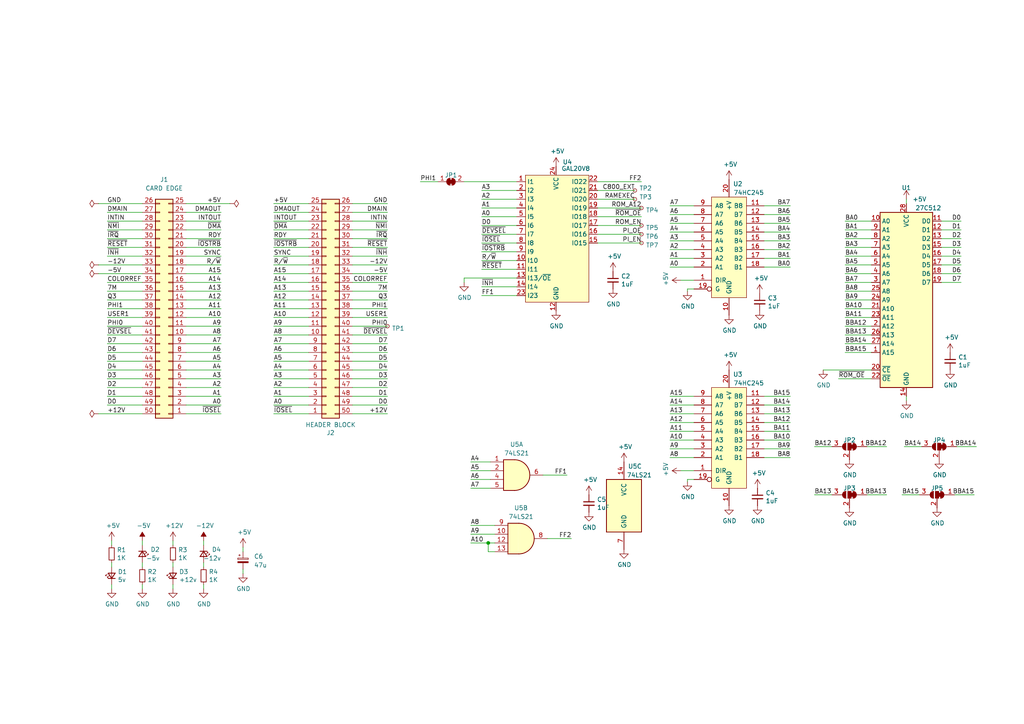
<source format=kicad_sch>
(kicad_sch (version 20230121) (generator eeschema)
  (paper "A4")
  (title_block (title "IWM ROM Card Proto") (rev "1") (company "baldengineer.com") (comment 1 "Mega IIe"))
  (lib_symbols
    (symbol "74xx:74LS21" (pin_names (offset 1.016))
      (property "Reference" "U" (at 0 1.27 0))
      (property "Value" "74LS21" (at 0 -1.27 0))
      (symbol "74LS21_1_1"
        (pin input line (at -7.62 3.81 0) (length 3.81) (name "~") (number "1"))
        (pin input line (at -7.62 1.27 0) (length 3.81) (name "~") (number "2"))
        (pin input line (at -7.62 -1.27 0) (length 3.81) (name "~") (number "4"))
        (pin input line (at -7.62 -3.81 0) (length 3.81) (name "~") (number "5"))
        (pin output line (at 7.62 0 180) (length 3.81) (name "~") (number "6"))
      )
      (symbol "74LS21_1_2"
        (pin input inverted (at -7.62 3.81 0) (length 3.81) (name "~") (number "1"))
        (pin input inverted (at -7.62 1.27 0) (length 4.826) (name "~") (number "2"))
        (pin input inverted (at -7.62 -1.27 0) (length 4.826) (name "~") (number "4"))
        (pin input inverted (at -7.62 -3.81 0) (length 3.81) (name "~") (number "5"))
        (pin output inverted (at 7.62 0 180) (length 3.81) (name "~") (number "6"))
      )
      (symbol "74LS21_2_1"
        (pin input line (at -7.62 1.27 0) (length 3.81) (name "~") (number "10"))
        (pin input line (at -7.62 -1.27 0) (length 3.81) (name "~") (number "12"))
        (pin input line (at -7.62 -3.81 0) (length 3.81) (name "~") (number "13"))
        (pin output line (at 7.62 0 180) (length 3.81) (name "~") (number "8"))
        (pin input line (at -7.62 3.81 0) (length 3.81) (name "~") (number "9"))
      )
      (symbol "74LS21_2_2"
        (pin input inverted (at -7.62 1.27 0) (length 4.826) (name "~") (number "10"))
        (pin input inverted (at -7.62 -1.27 0) (length 4.826) (name "~") (number "12"))
        (pin input inverted (at -7.62 -3.81 0) (length 3.81) (name "~") (number "13"))
        (pin output inverted (at 7.62 0 180) (length 3.81) (name "~") (number "8"))
        (pin input inverted (at -7.62 3.81 0) (length 3.81) (name "~") (number "9"))
      )
      (symbol "74LS21_3_0"
        (pin power_in line (at 0 12.7 270) (length 5.08) (name "VCC") (number "14"))
        (pin power_in line (at 0 -12.7 90) (length 5.08) (name "GND") (number "7"))
      )
    )
    (symbol "Connector:TestPoint_Small" (pin_numbers hide) (pin_names (offset 0.762) hide)
      (property "Reference" "TP" (at 0 3.81 0))
      (property "Value" "TestPoint_Small" (at 0 2.032 0))
      (symbol "TestPoint_Small_1_1"
        (pin passive line (at 0 0 90) (length 0) (name "1") (number "1"))
      )
    )
    (symbol "Connector_Generic:Conn_02x25_Counter_Clockwise" (pin_names (offset 1.016) hide)
      (property "Reference" "J" (at 1.27 33.02 0))
      (property "Value" "Conn_02x25_Counter_Clockwise" (at 1.27 -33.02 0))
      (symbol "Conn_02x25_Counter_Clockwise_1_1"
        (pin passive line (at -5.08 30.48 0) (length 3.81) (name "Pin_1") (number "1"))
        (pin passive line (at -5.08 7.62 0) (length 3.81) (name "Pin_10") (number "10"))
        (pin passive line (at -5.08 5.08 0) (length 3.81) (name "Pin_11") (number "11"))
        (pin passive line (at -5.08 2.54 0) (length 3.81) (name "Pin_12") (number "12"))
        (pin passive line (at -5.08 0 0) (length 3.81) (name "Pin_13") (number "13"))
        (pin passive line (at -5.08 -2.54 0) (length 3.81) (name "Pin_14") (number "14"))
        (pin passive line (at -5.08 -5.08 0) (length 3.81) (name "Pin_15") (number "15"))
        (pin passive line (at -5.08 -7.62 0) (length 3.81) (name "Pin_16") (number "16"))
        (pin passive line (at -5.08 -10.16 0) (length 3.81) (name "Pin_17") (number "17"))
        (pin passive line (at -5.08 -12.7 0) (length 3.81) (name "Pin_18") (number "18"))
        (pin passive line (at -5.08 -15.24 0) (length 3.81) (name "Pin_19") (number "19"))
        (pin passive line (at -5.08 27.94 0) (length 3.81) (name "Pin_2") (number "2"))
        (pin passive line (at -5.08 -17.78 0) (length 3.81) (name "Pin_20") (number "20"))
        (pin passive line (at -5.08 -20.32 0) (length 3.81) (name "Pin_21") (number "21"))
        (pin passive line (at -5.08 -22.86 0) (length 3.81) (name "Pin_22") (number "22"))
        (pin passive line (at -5.08 -25.4 0) (length 3.81) (name "Pin_23") (number "23"))
        (pin passive line (at -5.08 -27.94 0) (length 3.81) (name "Pin_24") (number "24"))
        (pin passive line (at -5.08 -30.48 0) (length 3.81) (name "Pin_25") (number "25"))
        (pin passive line (at 7.62 -30.48 180) (length 3.81) (name "Pin_26") (number "26"))
        (pin passive line (at 7.62 -27.94 180) (length 3.81) (name "Pin_27") (number "27"))
        (pin passive line (at 7.62 -25.4 180) (length 3.81) (name "Pin_28") (number "28"))
        (pin passive line (at 7.62 -22.86 180) (length 3.81) (name "Pin_29") (number "29"))
        (pin passive line (at -5.08 25.4 0) (length 3.81) (name "Pin_3") (number "3"))
        (pin passive line (at 7.62 -20.32 180) (length 3.81) (name "Pin_30") (number "30"))
        (pin passive line (at 7.62 -17.78 180) (length 3.81) (name "Pin_31") (number "31"))
        (pin passive line (at 7.62 -15.24 180) (length 3.81) (name "Pin_32") (number "32"))
        (pin passive line (at 7.62 -12.7 180) (length 3.81) (name "Pin_33") (number "33"))
        (pin passive line (at 7.62 -10.16 180) (length 3.81) (name "Pin_34") (number "34"))
        (pin passive line (at 7.62 -7.62 180) (length 3.81) (name "Pin_35") (number "35"))
        (pin passive line (at 7.62 -5.08 180) (length 3.81) (name "Pin_36") (number "36"))
        (pin passive line (at 7.62 -2.54 180) (length 3.81) (name "Pin_37") (number "37"))
        (pin passive line (at 7.62 0 180) (length 3.81) (name "Pin_38") (number "38"))
        (pin passive line (at 7.62 2.54 180) (length 3.81) (name "Pin_39") (number "39"))
        (pin passive line (at -5.08 22.86 0) (length 3.81) (name "Pin_4") (number "4"))
        (pin passive line (at 7.62 5.08 180) (length 3.81) (name "Pin_40") (number "40"))
        (pin passive line (at 7.62 7.62 180) (length 3.81) (name "Pin_41") (number "41"))
        (pin passive line (at 7.62 10.16 180) (length 3.81) (name "Pin_42") (number "42"))
        (pin passive line (at 7.62 12.7 180) (length 3.81) (name "Pin_43") (number "43"))
        (pin passive line (at 7.62 15.24 180) (length 3.81) (name "Pin_44") (number "44"))
        (pin passive line (at 7.62 17.78 180) (length 3.81) (name "Pin_45") (number "45"))
        (pin passive line (at 7.62 20.32 180) (length 3.81) (name "Pin_46") (number "46"))
        (pin passive line (at 7.62 22.86 180) (length 3.81) (name "Pin_47") (number "47"))
        (pin passive line (at 7.62 25.4 180) (length 3.81) (name "Pin_48") (number "48"))
        (pin passive line (at 7.62 27.94 180) (length 3.81) (name "Pin_49") (number "49"))
        (pin passive line (at -5.08 20.32 0) (length 3.81) (name "Pin_5") (number "5"))
        (pin passive line (at 7.62 30.48 180) (length 3.81) (name "Pin_50") (number "50"))
        (pin passive line (at -5.08 17.78 0) (length 3.81) (name "Pin_6") (number "6"))
        (pin passive line (at -5.08 15.24 0) (length 3.81) (name "Pin_7") (number "7"))
        (pin passive line (at -5.08 12.7 0) (length 3.81) (name "Pin_8") (number "8"))
        (pin passive line (at -5.08 10.16 0) (length 3.81) (name "Pin_9") (number "9"))
      )
    )
    (symbol "Device:C_Polarized_Small" (pin_numbers hide) (pin_names (offset 0.254) hide)
      (property "Reference" "C" (at 0.254 1.778 0))
      (property "Value" "C_Polarized_Small" (at 0.254 -2.032 0))
      (symbol "C_Polarized_Small_1_1"
        (pin passive line (at 0 2.54 270) (length 1.8542) (name "~") (number "1"))
        (pin passive line (at 0 -2.54 90) (length 1.8542) (name "~") (number "2"))
      )
    )
    (symbol "Device:C_Small" (pin_numbers hide) (pin_names (offset 0.254) hide)
      (property "Reference" "C" (at 0.254 1.778 0))
      (property "Value" "C_Small" (at 0.254 -2.032 0))
      (symbol "C_Small_1_1"
        (pin passive line (at 0 2.54 270) (length 2.032) (name "~") (number "1"))
        (pin passive line (at 0 -2.54 90) (length 2.032) (name "~") (number "2"))
      )
    )
    (symbol "Device:LED_Small" (pin_numbers hide) (pin_names (offset 0.254) hide)
      (property "Reference" "D" (at -1.27 3.175 0))
      (property "Value" "LED_Small" (at -4.445 -2.54 0))
      (symbol "LED_Small_1_1"
        (pin passive line (at -2.54 0 0) (length 1.778) (name "K") (number "1"))
        (pin passive line (at 2.54 0 180) (length 1.778) (name "A") (number "2"))
      )
    )
    (symbol "Jumper:SolderJumper_2_Bridged" (pin_names (offset 0) hide)
      (property "Reference" "JP" (at 0 2.032 0))
      (property "Value" "SolderJumper_2_Bridged" (at 0 -2.54 0))
      (symbol "SolderJumper_2_Bridged_1_1"
        (pin passive line (at -3.81 0 0) (length 2.54) (name "A") (number "1"))
        (pin passive line (at 3.81 0 180) (length 2.54) (name "B") (number "2"))
      )
    )
    (symbol "Jumper:SolderJumper_3_Bridged12" (pin_names (offset 0) hide)
      (property "Reference" "JP" (at -2.54 -2.54 0))
      (property "Value" "SolderJumper_3_Bridged12" (at 0 2.794 0))
      (symbol "SolderJumper_3_Bridged12_1_1"
        (pin passive line (at -5.08 0 0) (length 2.54) (name "A") (number "1"))
        (pin passive line (at 0 -3.81 90) (length 2.54) (name "C") (number "2"))
        (pin passive line (at 5.08 0 180) (length 2.54) (name "B") (number "3"))
      )
    )
    (symbol "Memory_EPROM:27C512"
      (property "Reference" "U" (at -7.62 26.67 0))
      (property "Value" "27C512" (at 2.54 -26.67 0))
      (symbol "27C512_1_1"
        (pin input line (at -10.16 -15.24 0) (length 2.54) (name "A15") (number "1"))
        (pin input line (at -10.16 22.86 0) (length 2.54) (name "A0") (number "10"))
        (pin tri_state line (at 10.16 22.86 180) (length 2.54) (name "D0") (number "11"))
        (pin tri_state line (at 10.16 20.32 180) (length 2.54) (name "D1") (number "12"))
        (pin tri_state line (at 10.16 17.78 180) (length 2.54) (name "D2") (number "13"))
        (pin power_in line (at 0 -27.94 90) (length 2.54) (name "GND") (number "14"))
        (pin tri_state line (at 10.16 15.24 180) (length 2.54) (name "D3") (number "15"))
        (pin tri_state line (at 10.16 12.7 180) (length 2.54) (name "D4") (number "16"))
        (pin tri_state line (at 10.16 10.16 180) (length 2.54) (name "D5") (number "17"))
        (pin tri_state line (at 10.16 7.62 180) (length 2.54) (name "D6") (number "18"))
        (pin tri_state line (at 10.16 5.08 180) (length 2.54) (name "D7") (number "19"))
        (pin input line (at -10.16 -7.62 0) (length 2.54) (name "A12") (number "2"))
        (pin input line (at -10.16 -20.32 0) (length 2.54) (name "~{CE}") (number "20"))
        (pin input line (at -10.16 -2.54 0) (length 2.54) (name "A10") (number "21"))
        (pin input line (at -10.16 -22.86 0) (length 2.54) (name "~{OE}") (number "22"))
        (pin input line (at -10.16 -5.08 0) (length 2.54) (name "A11") (number "23"))
        (pin input line (at -10.16 0 0) (length 2.54) (name "A9") (number "24"))
        (pin input line (at -10.16 2.54 0) (length 2.54) (name "A8") (number "25"))
        (pin input line (at -10.16 -10.16 0) (length 2.54) (name "A13") (number "26"))
        (pin input line (at -10.16 -12.7 0) (length 2.54) (name "A14") (number "27"))
        (pin power_in line (at 0 27.94 270) (length 2.54) (name "VCC") (number "28"))
        (pin input line (at -10.16 5.08 0) (length 2.54) (name "A7") (number "3"))
        (pin input line (at -10.16 7.62 0) (length 2.54) (name "A6") (number "4"))
        (pin input line (at -10.16 10.16 0) (length 2.54) (name "A5") (number "5"))
        (pin input line (at -10.16 12.7 0) (length 2.54) (name "A4") (number "6"))
        (pin input line (at -10.16 15.24 0) (length 2.54) (name "A3") (number "7"))
        (pin input line (at -10.16 17.78 0) (length 2.54) (name "A2") (number "8"))
        (pin input line (at -10.16 20.32 0) (length 2.54) (name "A1") (number "9"))
      )
    )
    (symbol "My Library:74HCT245_1" (pin_names (offset 1.016))
      (property "Reference" "U5" (at 2.54 19.05 0))
      (property "Value" "74HCT245_1" (at 6.35 16.51 0))
      (symbol "74HCT245_1_1_1"
        (pin input line (at -10.16 -8.89 0) (length 5.08) (name "DIR") (number "1"))
        (pin power_in line (at 0 -19.05 90) (length 5.08) (name "GND") (number "10"))
        (pin bidirectional line (at 10.16 12.7 180) (length 5.08) (name "B8") (number "11"))
        (pin bidirectional line (at 10.16 10.16 180) (length 5.08) (name "B7") (number "12"))
        (pin bidirectional line (at 10.16 7.62 180) (length 5.08) (name "B6") (number "13"))
        (pin bidirectional line (at 10.16 5.08 180) (length 5.08) (name "B5") (number "14"))
        (pin bidirectional line (at 10.16 2.54 180) (length 5.08) (name "B4") (number "15"))
        (pin bidirectional line (at 10.16 0 180) (length 5.08) (name "B3") (number "16"))
        (pin bidirectional line (at 10.16 -2.54 180) (length 5.08) (name "B2") (number "17"))
        (pin bidirectional line (at 10.16 -5.08 180) (length 5.08) (name "B1") (number "18"))
        (pin input inverted (at -10.16 -11.43 0) (length 5.08) (name "G") (number "19"))
        (pin bidirectional line (at -10.16 -5.08 0) (length 5.08) (name "A1") (number "2"))
        (pin power_in line (at 0 20.32 270) (length 5.08) (name "+V") (number "20"))
        (pin bidirectional line (at -10.16 -2.54 0) (length 5.08) (name "A2") (number "3"))
        (pin bidirectional line (at -10.16 0 0) (length 5.08) (name "A3") (number "4"))
        (pin bidirectional line (at -10.16 2.54 0) (length 5.08) (name "A4") (number "5"))
        (pin bidirectional line (at -10.16 5.08 0) (length 5.08) (name "A5") (number "6"))
        (pin bidirectional line (at -10.16 7.62 0) (length 5.08) (name "A6") (number "7"))
        (pin bidirectional line (at -10.16 10.16 0) (length 5.08) (name "A7") (number "8"))
        (pin bidirectional line (at -10.16 12.7 0) (length 5.08) (name "A8") (number "9"))
      )
    )
    (symbol "My Library:GAL20V8"
      (property "Reference" "U" (at 4.445 20.32 0))
      (symbol "GAL20V8_0_0"
        (pin input line (at -11.43 16.51 0) (length 2.54) (name "I1") (number "1"))
        (pin input line (at -11.43 -6.35 0) (length 2.54) (name "I10") (number "10"))
        (pin input line (at -11.43 -8.89 0) (length 2.54) (name "I11") (number "11"))
        (pin power_in line (at 0 -20.955 90) (length 2.54) (name "GND") (number "12"))
        (pin input line (at -11.43 -13.97 0) (length 2.54) (name "I14") (number "14"))
        (pin bidirectional line (at 12.065 -1.27 180) (length 2.54) (name "IO15") (number "15"))
        (pin bidirectional line (at 12.065 1.27 180) (length 2.54) (name "IO16") (number "16"))
        (pin bidirectional line (at 12.065 3.81 180) (length 2.54) (name "IO17") (number "17"))
        (pin bidirectional line (at 12.065 6.35 180) (length 2.54) (name "IO18") (number "18"))
        (pin bidirectional line (at 12.065 8.89 180) (length 2.54) (name "IO19") (number "19"))
        (pin input line (at -11.43 13.97 0) (length 2.54) (name "i2") (number "2"))
        (pin bidirectional line (at 12.065 11.43 180) (length 2.54) (name "IO20") (number "20"))
        (pin bidirectional line (at 12.065 13.97 180) (length 2.54) (name "IO21") (number "21"))
        (pin bidirectional line (at 12.065 16.51 180) (length 2.54) (name "IO22") (number "22"))
        (pin input line (at -11.43 -16.51 0) (length 2.54) (name "I23") (number "23"))
        (pin power_in line (at 0 20.955 270) (length 2.54) (name "VCC") (number "24"))
        (pin input line (at -11.43 11.43 0) (length 2.54) (name "I3") (number "3"))
        (pin input line (at -11.43 8.89 0) (length 2.54) (name "I4") (number "4"))
        (pin input line (at -11.43 6.35 0) (length 2.54) (name "I5") (number "5"))
        (pin input line (at -11.43 3.81 0) (length 2.54) (name "I6") (number "6"))
        (pin input line (at -11.43 1.27 0) (length 2.54) (name "I7") (number "7"))
        (pin input line (at -11.43 -1.27 0) (length 2.54) (name "I8") (number "8"))
        (pin input line (at -11.43 -3.81 0) (length 2.54) (name "I9") (number "9"))
      )
      (symbol "GAL20V8_1_0"
        (pin input line (at -11.43 -11.43 0) (length 2.54) (name "I13/~{OE}") (number "13"))
      )
    )
    (symbol "My Library:R_0805" (pin_numbers hide) (pin_names (offset 0.254) hide)
      (property "Reference" "R" (at 0.762 0.508 0))
      (property "Value" "R_0805" (at 0.762 -1.016 0))
      (symbol "R_0805_1_1"
        (pin passive line (at 0 2.54 270) (length 0.762) (name "~") (number "1"))
        (pin passive line (at 0 -2.54 90) (length 0.762) (name "~") (number "2"))
      )
    )
    (symbol "power:+12V" (power) (pin_names (offset 0))
      (property "Value" "+12V" (at 0 3.556 0))
      (symbol "+12V_1_1"
        (pin power_in line (at 0 0 90) (length 0) hide (name "+12V") (number "1"))
      )
    )
    (symbol "power:+5V" (power) (pin_names (offset 0))
      (property "Value" "+5V" (at 0 3.556 0))
      (symbol "+5V_1_1"
        (pin power_in line (at 0 0 90) (length 0) hide (name "+5V") (number "1"))
      )
    )
    (symbol "power:-12V" (power) (pin_names (offset 0))
      (property "Value" "-12V" (at 0 3.81 0))
      (symbol "-12V_0_0"
        (pin power_in line (at 0 0 90) (length 0) hide (name "-12V") (number "1"))
      )
    )
    (symbol "power:-5V" (power) (pin_names (offset 0))
      (property "Value" "-5V" (at 0 3.81 0))
      (symbol "-5V_0_0"
        (pin power_in line (at 0 0 90) (length 0) hide (name "-5V") (number "1"))
      )
    )
    (symbol "power:GND" (power) (pin_names (offset 0))
      (property "Value" "GND" (at 0 -3.81 0))
      (symbol "GND_1_1"
        (pin power_in line (at 0 0 270) (length 0) hide (name "GND") (number "1"))
      )
    )
    (symbol "power:PWR_FLAG" (power) (pin_numbers hide) (pin_names (offset 0) hide)
      (property "Value" "PWR_FLAG" (at 0 3.81 0))
      (symbol "PWR_FLAG_0_0"
        (pin power_out line (at 0 0 90) (length 0) (name "pwr") (number "1"))
      )
    )
  )
  (junction (at 141.605 157.48))
  (wire (pts (xy 173.355 60.325) (xy 186.055 60.325)))
  (wire (pts (xy 112.395 69.215) (xy 102.235 69.215)))
  (wire (pts (xy 112.395 112.395) (xy 102.235 112.395)))
  (wire (pts (xy 139.7 70.485) (xy 149.86 70.485)))
  (wire (pts (xy 31.115 64.135) (xy 41.275 64.135)))
  (wire (pts (xy 89.535 74.295) (xy 79.375 74.295)))
  (wire (pts (xy 245.11 99.695) (xy 252.73 99.695)))
  (wire (pts (xy 89.535 66.675) (xy 79.375 66.675)))
  (wire (pts (xy 194.31 77.47) (xy 201.295 77.47)))
  (wire (pts (xy 252.73 81.915) (xy 245.11 81.915)))
  (wire (pts (xy 139.7 67.945) (xy 149.86 67.945)))
  (wire (pts (xy 31.115 117.475) (xy 41.275 117.475)))
  (wire (pts (xy 221.615 62.23) (xy 229.235 62.23)))
  (wire (pts (xy 252.73 86.995) (xy 245.11 86.995)))
  (wire (pts (xy 221.615 130.175) (xy 229.235 130.175)))
  (wire (pts (xy 173.355 57.785) (xy 184.15 57.785)))
  (wire (pts (xy 273.05 76.835) (xy 278.765 76.835)))
  (wire (pts (xy 141.605 157.48) (xy 143.51 157.48)))
  (wire (pts (xy 32.385 170.815) (xy 32.385 169.545)))
  (wire (pts (xy 141.605 160.02) (xy 141.605 157.48)))
  (wire (pts (xy 50.165 170.815) (xy 50.165 169.545)))
  (wire (pts (xy 173.355 65.405) (xy 186.055 65.405)))
  (wire (pts (xy 53.975 89.535) (xy 64.135 89.535)))
  (wire (pts (xy 112.395 114.935) (xy 102.235 114.935)))
  (wire (pts (xy 252.73 69.215) (xy 245.11 69.215)))
  (wire (pts (xy 139.7 75.565) (xy 149.86 75.565)))
  (wire (pts (xy 245.11 94.615) (xy 252.73 94.615)))
  (wire (pts (xy 53.975 120.015) (xy 64.135 120.015)))
  (wire (pts (xy 53.975 86.995) (xy 64.135 86.995)))
  (wire (pts (xy 136.525 157.48) (xy 141.605 157.48)))
  (wire (pts (xy 89.535 84.455) (xy 79.375 84.455)))
  (wire (pts (xy 112.395 84.455) (xy 102.235 84.455)))
  (wire (pts (xy 53.975 81.915) (xy 64.135 81.915)))
  (wire (pts (xy 186.055 52.705) (xy 173.355 52.705)))
  (wire (pts (xy 32.385 164.465) (xy 32.385 163.195)))
  (wire (pts (xy 53.975 102.235) (xy 64.135 102.235)))
  (wire (pts (xy 238.76 107.315) (xy 252.73 107.315)))
  (wire (pts (xy 194.31 132.715) (xy 201.295 132.715)))
  (wire (pts (xy 236.22 143.51) (xy 241.3 143.51)))
  (wire (pts (xy 31.115 61.595) (xy 41.275 61.595)))
  (wire (pts (xy 41.275 156.845) (xy 41.275 158.115)))
  (wire (pts (xy 53.975 79.375) (xy 64.135 79.375)))
  (wire (pts (xy 273.05 69.215) (xy 278.765 69.215)))
  (wire (pts (xy 31.115 69.215) (xy 41.275 69.215)))
  (wire (pts (xy 89.535 71.755) (xy 79.375 71.755)))
  (wire (pts (xy 112.395 92.075) (xy 102.235 92.075)))
  (wire (pts (xy 194.31 114.935) (xy 201.295 114.935)))
  (wire (pts (xy 53.975 114.935) (xy 64.135 114.935)))
  (wire (pts (xy 221.615 59.69) (xy 229.235 59.69)))
  (wire (pts (xy 245.11 97.155) (xy 252.73 97.155)))
  (wire (pts (xy 31.115 107.315) (xy 41.275 107.315)))
  (wire (pts (xy 31.115 89.535) (xy 41.275 89.535)))
  (wire (pts (xy 194.31 59.69) (xy 201.295 59.69)))
  (wire (pts (xy 194.31 74.93) (xy 201.295 74.93)))
  (wire (pts (xy 66.675 59.055) (xy 53.975 59.055)))
  (wire (pts (xy 89.535 109.855) (xy 79.375 109.855)))
  (wire (pts (xy 112.395 99.695) (xy 102.235 99.695)))
  (wire (pts (xy 53.975 117.475) (xy 64.135 117.475)))
  (wire (pts (xy 53.975 99.695) (xy 64.135 99.695)))
  (wire (pts (xy 252.73 71.755) (xy 245.11 71.755)))
  (wire (pts (xy 194.31 117.475) (xy 201.295 117.475)))
  (wire (pts (xy 112.395 102.235) (xy 102.235 102.235)))
  (wire (pts (xy 251.46 143.51) (xy 257.175 143.51)))
  (wire (pts (xy 276.86 143.51) (xy 282.575 143.51)))
  (wire (pts (xy 112.395 79.375) (xy 102.235 79.375)))
  (wire (pts (xy 53.975 104.775) (xy 64.135 104.775)))
  (wire (pts (xy 31.115 71.755) (xy 41.275 71.755)))
  (wire (pts (xy 112.395 74.295) (xy 102.235 74.295)))
  (wire (pts (xy 139.7 65.405) (xy 149.86 65.405)))
  (wire (pts (xy 41.275 170.815) (xy 41.275 169.545)))
  (wire (pts (xy 252.73 92.075) (xy 245.11 92.075)))
  (wire (pts (xy 251.46 129.54) (xy 257.175 129.54)))
  (wire (pts (xy 53.975 109.855) (xy 64.135 109.855)))
  (wire (pts (xy 136.525 139.065) (xy 142.24 139.065)))
  (wire (pts (xy 221.615 125.095) (xy 229.235 125.095)))
  (wire (pts (xy 89.535 79.375) (xy 79.375 79.375)))
  (wire (pts (xy 194.31 69.85) (xy 201.295 69.85)))
  (wire (pts (xy 194.31 122.555) (xy 201.295 122.555)))
  (wire (pts (xy 112.395 104.775) (xy 102.235 104.775)))
  (wire (pts (xy 112.395 66.675) (xy 102.235 66.675)))
  (wire (pts (xy 28.575 79.375) (xy 41.275 79.375)))
  (wire (pts (xy 53.975 71.755) (xy 64.135 71.755)))
  (wire (pts (xy 194.31 67.31) (xy 201.295 67.31)))
  (wire (pts (xy 157.48 137.795) (xy 164.465 137.795)))
  (wire (pts (xy 89.535 112.395) (xy 79.375 112.395)))
  (wire (pts (xy 89.535 117.475) (xy 79.375 117.475)))
  (wire (pts (xy 197.485 136.525) (xy 201.295 136.525)))
  (wire (pts (xy 252.73 84.455) (xy 245.11 84.455)))
  (wire (pts (xy 89.535 92.075) (xy 79.375 92.075)))
  (wire (pts (xy 112.395 61.595) (xy 102.235 61.595)))
  (wire (pts (xy 221.615 77.47) (xy 229.235 77.47)))
  (wire (pts (xy 112.395 86.995) (xy 102.235 86.995)))
  (wire (pts (xy 197.485 81.28) (xy 201.295 81.28)))
  (wire (pts (xy 89.535 61.595) (xy 79.375 61.595)))
  (wire (pts (xy 89.535 76.835) (xy 79.375 76.835)))
  (wire (pts (xy 53.975 92.075) (xy 64.135 92.075)))
  (wire (pts (xy 221.615 67.31) (xy 229.235 67.31)))
  (wire (pts (xy 121.92 52.705) (xy 127 52.705)))
  (wire (pts (xy 112.395 64.135) (xy 102.235 64.135)))
  (wire (pts (xy 112.395 76.835) (xy 102.235 76.835)))
  (wire (pts (xy 136.525 154.94) (xy 143.51 154.94)))
  (wire (pts (xy 31.115 84.455) (xy 41.275 84.455)))
  (wire (pts (xy 89.535 94.615) (xy 79.375 94.615)))
  (wire (pts (xy 89.535 107.315) (xy 79.375 107.315)))
  (wire (pts (xy 112.395 81.915) (xy 102.235 81.915)))
  (wire (pts (xy 245.11 102.235) (xy 252.73 102.235)))
  (wire (pts (xy 221.615 122.555) (xy 229.235 122.555)))
  (wire (pts (xy 70.485 165.1) (xy 70.485 166.37)))
  (wire (pts (xy 252.73 66.675) (xy 245.11 66.675)))
  (wire (pts (xy 53.975 61.595) (xy 64.135 61.595)))
  (wire (pts (xy 89.535 89.535) (xy 79.375 89.535)))
  (wire (pts (xy 134.62 80.645) (xy 149.86 80.645)))
  (wire (pts (xy 31.115 94.615) (xy 41.275 94.615)))
  (wire (pts (xy 139.7 55.245) (xy 149.86 55.245)))
  (wire (pts (xy 273.05 64.135) (xy 278.765 64.135)))
  (wire (pts (xy 273.05 81.915) (xy 278.765 81.915)))
  (wire (pts (xy 221.615 64.77) (xy 229.235 64.77)))
  (wire (pts (xy 53.975 66.675) (xy 64.135 66.675)))
  (wire (pts (xy 221.615 69.85) (xy 229.235 69.85)))
  (wire (pts (xy 31.115 97.155) (xy 41.275 97.155)))
  (wire (pts (xy 139.7 78.105) (xy 149.86 78.105)))
  (wire (pts (xy 273.05 66.675) (xy 278.765 66.675)))
  (wire (pts (xy 194.31 125.095) (xy 201.295 125.095)))
  (wire (pts (xy 89.535 120.015) (xy 79.375 120.015)))
  (wire (pts (xy 89.535 69.215) (xy 79.375 69.215)))
  (wire (pts (xy 59.055 164.465) (xy 59.055 163.195)))
  (wire (pts (xy 53.975 64.135) (xy 64.135 64.135)))
  (wire (pts (xy 134.62 52.705) (xy 149.86 52.705)))
  (wire (pts (xy 70.485 158.75) (xy 70.485 160.02)))
  (wire (pts (xy 199.39 83.82) (xy 199.39 84.455)))
  (wire (pts (xy 50.165 156.845) (xy 50.165 158.115)))
  (wire (pts (xy 53.975 76.835) (xy 64.135 76.835)))
  (wire (pts (xy 32.385 156.845) (xy 32.385 158.115)))
  (wire (pts (xy 141.605 160.02) (xy 143.51 160.02)))
  (wire (pts (xy 262.89 114.935) (xy 262.89 116.205)))
  (wire (pts (xy 89.535 97.155) (xy 79.375 97.155)))
  (wire (pts (xy 89.535 86.995) (xy 79.375 86.995)))
  (wire (pts (xy 273.05 74.295) (xy 278.765 74.295)))
  (wire (pts (xy 201.295 139.065) (xy 199.39 139.065)))
  (wire (pts (xy 89.535 104.775) (xy 79.375 104.775)))
  (wire (pts (xy 201.295 83.82) (xy 199.39 83.82)))
  (wire (pts (xy 59.055 170.815) (xy 59.055 169.545)))
  (wire (pts (xy 139.7 60.325) (xy 149.86 60.325)))
  (wire (pts (xy 252.73 64.135) (xy 245.11 64.135)))
  (wire (pts (xy 173.355 70.485) (xy 186.055 70.485)))
  (wire (pts (xy 28.575 59.055) (xy 41.275 59.055)))
  (wire (pts (xy 134.62 80.645) (xy 134.62 81.915)))
  (wire (pts (xy 89.535 99.695) (xy 79.375 99.695)))
  (wire (pts (xy 53.975 74.295) (xy 64.135 74.295)))
  (wire (pts (xy 53.975 107.315) (xy 64.135 107.315)))
  (wire (pts (xy 261.62 143.51) (xy 266.7 143.51)))
  (wire (pts (xy 31.115 74.295) (xy 41.275 74.295)))
  (wire (pts (xy 31.115 104.775) (xy 41.275 104.775)))
  (wire (pts (xy 194.31 64.77) (xy 201.295 64.77)))
  (wire (pts (xy 262.255 129.54) (xy 267.335 129.54)))
  (wire (pts (xy 194.31 62.23) (xy 201.295 62.23)))
  (wire (pts (xy 31.115 112.395) (xy 41.275 112.395)))
  (wire (pts (xy 112.395 97.155) (xy 102.235 97.155)))
  (wire (pts (xy 194.31 120.015) (xy 201.295 120.015)))
  (wire (pts (xy 199.39 139.065) (xy 199.39 139.7)))
  (wire (pts (xy 194.31 127.635) (xy 201.295 127.635)))
  (wire (pts (xy 252.73 74.295) (xy 245.11 74.295)))
  (wire (pts (xy 136.525 136.525) (xy 142.24 136.525)))
  (wire (pts (xy 194.31 72.39) (xy 201.295 72.39)))
  (wire (pts (xy 53.975 94.615) (xy 64.135 94.615)))
  (wire (pts (xy 28.575 120.015) (xy 41.275 120.015)))
  (wire (pts (xy 273.05 79.375) (xy 278.765 79.375)))
  (wire (pts (xy 102.235 59.055) (xy 112.395 59.055)))
  (wire (pts (xy 136.525 141.605) (xy 142.24 141.605)))
  (wire (pts (xy 173.355 62.865) (xy 186.055 62.865)))
  (wire (pts (xy 252.73 89.535) (xy 245.11 89.535)))
  (wire (pts (xy 31.115 99.695) (xy 41.275 99.695)))
  (wire (pts (xy 136.525 133.985) (xy 142.24 133.985)))
  (wire (pts (xy 31.115 109.855) (xy 41.275 109.855)))
  (wire (pts (xy 53.975 112.395) (xy 64.135 112.395)))
  (wire (pts (xy 221.615 117.475) (xy 229.235 117.475)))
  (wire (pts (xy 221.615 114.935) (xy 229.235 114.935)))
  (wire (pts (xy 112.395 94.615) (xy 102.235 94.615)))
  (wire (pts (xy 112.395 107.315) (xy 102.235 107.315)))
  (wire (pts (xy 28.575 76.835) (xy 41.275 76.835)))
  (wire (pts (xy 243.205 109.855) (xy 252.73 109.855)))
  (wire (pts (xy 53.975 69.215) (xy 64.135 69.215)))
  (wire (pts (xy 158.75 156.21) (xy 165.735 156.21)))
  (wire (pts (xy 221.615 127.635) (xy 229.235 127.635)))
  (wire (pts (xy 139.7 85.725) (xy 149.86 85.725)))
  (wire (pts (xy 139.7 62.865) (xy 149.86 62.865)))
  (wire (pts (xy 89.535 114.935) (xy 79.375 114.935)))
  (wire (pts (xy 31.115 66.675) (xy 41.275 66.675)))
  (wire (pts (xy 221.615 74.93) (xy 229.235 74.93)))
  (wire (pts (xy 194.31 130.175) (xy 201.295 130.175)))
  (wire (pts (xy 31.115 102.235) (xy 41.275 102.235)))
  (wire (pts (xy 112.395 89.535) (xy 102.235 89.535)))
  (wire (pts (xy 112.395 117.475) (xy 102.235 117.475)))
  (wire (pts (xy 173.355 55.245) (xy 184.15 55.245)))
  (wire (pts (xy 236.22 129.54) (xy 241.3 129.54)))
  (wire (pts (xy 252.73 79.375) (xy 245.11 79.375)))
  (wire (pts (xy 89.535 64.135) (xy 79.375 64.135)))
  (wire (pts (xy 173.355 67.945) (xy 186.055 67.945)))
  (wire (pts (xy 221.615 120.015) (xy 229.235 120.015)))
  (wire (pts (xy 221.615 132.715) (xy 229.235 132.715)))
  (wire (pts (xy 112.395 71.755) (xy 102.235 71.755)))
  (wire (pts (xy 89.535 102.235) (xy 79.375 102.235)))
  (wire (pts (xy 136.525 152.4) (xy 143.51 152.4)))
  (wire (pts (xy 139.7 83.185) (xy 149.86 83.185)))
  (wire (pts (xy 112.395 109.855) (xy 102.235 109.855)))
  (wire (pts (xy 277.495 129.54) (xy 283.21 129.54)))
  (wire (pts (xy 273.05 71.755) (xy 278.765 71.755)))
  (wire (pts (xy 31.115 86.995) (xy 41.275 86.995)))
  (wire (pts (xy 31.115 81.915) (xy 41.275 81.915)))
  (wire (pts (xy 31.115 92.075) (xy 41.275 92.075)))
  (wire (pts (xy 53.975 97.155) (xy 64.135 97.155)))
  (wire (pts (xy 139.7 73.025) (xy 149.86 73.025)))
  (wire (pts (xy 41.275 164.465) (xy 41.275 163.195)))
  (wire (pts (xy 59.055 156.845) (xy 59.055 158.115)))
  (wire (pts (xy 112.395 120.015) (xy 102.235 120.015)))
  (wire (pts (xy 252.73 76.835) (xy 245.11 76.835)))
  (wire (pts (xy 221.615 72.39) (xy 229.235 72.39)))
  (wire (pts (xy 139.7 57.785) (xy 149.86 57.785)))
  (wire (pts (xy 53.975 84.455) (xy 64.135 84.455)))
  (wire (pts (xy 89.535 81.915) (xy 79.375 81.915)))
  (wire (pts (xy 79.375 59.055) (xy 89.535 59.055)))
  (wire (pts (xy 50.165 164.465) (xy 50.165 163.195)))
  (wire (pts (xy 262.89 57.785) (xy 262.89 59.055)))
  (wire (pts (xy 31.115 114.935) (xy 41.275 114.935)))
  (text "CFFF\n\n     0111\n      xxx xxxx xxxx\n1111 1100 0000 0000\n5432 1098 7654 3210\n---- ---- ---- ----\n1100 1111 1111 1111\n\n\nC7Fx - CFFx" (at 298.45 92.075 0) (effects (font (size 1.27 1.27)) (justify left bottom)))
  (label "FF1" (at 139.7 85.725 0))
  (label "D0" (at 278.765 64.135 180))
  (label "D6" (at 31.115 102.235 0))
  (label "DMAOUT" (at 64.135 61.595 180))
  (label "INTOUT" (at 64.135 64.135 180))
  (label "A14" (at 64.135 81.915 180))
  (label "Q3" (at 112.395 86.995 180))
  (label "A14" (at 79.375 81.915 0))
  (label "A15" (at 64.135 79.375 180))
  (label "A4" (at 194.31 67.31 0))
  (label "ROM_EN" (at 186.055 65.405 180))
  (label "A2" (at 64.135 112.395 180))
  (label "A2" (at 139.7 57.785 0))
  (label "A12" (at 79.375 86.995 0))
  (label "~{IOSTRB}" (at 64.135 71.755 180))
  (label "+5V" (at 79.375 59.055 0))
  (label "A5" (at 136.525 136.525 0))
  (label "FF2" (at 186.055 52.705 180))
  (label "A5" (at 194.31 64.77 0))
  (label "BA6" (at 245.11 79.375 0))
  (label "C800_EXT" (at 184.15 55.245 180))
  (label "D4" (at 278.765 74.295 180))
  (label "BA0" (at 245.11 64.135 0))
  (label "PHI0" (at 31.115 94.615 0))
  (label "BA9" (at 229.235 130.175 180))
  (label "~{DMA}" (at 79.375 66.675 0))
  (label "RAMEXEC" (at 184.15 57.785 180))
  (label "A6" (at 64.135 102.235 180))
  (label "DMAOUT" (at 79.375 61.595 0))
  (label "BA3" (at 245.11 71.755 0))
  (label "BA6" (at 229.235 62.23 180))
  (label "BA10" (at 229.235 127.635 180))
  (label "RDY" (at 79.375 69.215 0))
  (label "A5" (at 64.135 104.775 180))
  (label "R{slash}~{W}" (at 79.375 76.835 0))
  (label "~{RESET}" (at 31.115 71.755 0))
  (label "COLORREF" (at 31.115 81.915 0))
  (label "~{IOSTRB}" (at 79.375 71.755 0))
  (label "A13" (at 79.375 84.455 0))
  (label "PI_OE" (at 186.055 67.945 180))
  (label "~{NMI}" (at 31.115 66.675 0))
  (label "BBA12" (at 245.11 94.615 0))
  (label "D3" (at 31.115 109.855 0))
  (label "A7" (at 136.525 141.605 0))
  (label "D7" (at 278.765 81.915 180))
  (label "A8" (at 64.135 97.155 180))
  (label "-5V" (at 112.395 79.375 180))
  (label "BA11" (at 245.11 92.075 0))
  (label "GND" (at 31.115 59.055 0))
  (label "D2" (at 31.115 112.395 0))
  (label "INTIN" (at 31.115 64.135 0))
  (label "A4" (at 79.375 107.315 0))
  (label "A13" (at 194.31 120.015 0))
  (label "DMAIN" (at 112.395 61.595 180))
  (label "-12V" (at 31.115 76.835 0))
  (label "R{slash}~{W}" (at 139.7 75.565 0))
  (label "INTOUT" (at 79.375 64.135 0))
  (label "BA2" (at 229.235 72.39 180))
  (label "A2" (at 79.375 112.395 0))
  (label "BA15" (at 261.62 143.51 0))
  (label "BA5" (at 245.11 76.835 0))
  (label "A9" (at 79.375 94.615 0))
  (label "D0" (at 139.7 65.405 0))
  (label "~{IRQ}" (at 112.395 69.215 180))
  (label "D7" (at 112.395 99.695 180))
  (label "PI_EN" (at 186.055 70.485 180))
  (label "A10" (at 79.375 92.075 0))
  (label "A5" (at 79.375 104.775 0))
  (label "BBA15" (at 245.11 102.235 0))
  (label "BA14" (at 262.255 129.54 0))
  (label "A8" (at 194.31 132.715 0))
  (label "A9" (at 64.135 94.615 180))
  (label "BA7" (at 229.235 59.69 180))
  (label "BA4" (at 245.11 74.295 0))
  (label "~{RESET}" (at 112.395 71.755 180))
  (label "~{ROM_OE}" (at 243.205 109.855 0))
  (label "D0" (at 31.115 117.475 0))
  (label "D5" (at 278.765 76.835 180))
  (label "~{RESET}" (at 139.7 78.105 0))
  (label "~{DMA}" (at 64.135 66.675 180))
  (label "A1" (at 64.135 114.935 180))
  (label "A1" (at 79.375 114.935 0))
  (label "A15" (at 79.375 79.375 0))
  (label "BA15" (at 229.235 114.935 180))
  (label "A15" (at 194.31 114.935 0))
  (label "D2" (at 278.765 69.215 180))
  (label "7M" (at 31.115 84.455 0))
  (label "Q3" (at 31.115 86.995 0))
  (label "A0" (at 139.7 62.865 0))
  (label "FF1" (at 164.465 137.795 180))
  (label "BA5" (at 229.235 64.77 180))
  (label "D1" (at 112.395 114.935 180))
  (label "A11" (at 194.31 125.095 0))
  (label "PHI1" (at 112.395 89.535 180))
  (label "SYNC" (at 64.135 74.295 180))
  (label "USER1" (at 31.115 92.075 0))
  (label "~{NMI}" (at 112.395 66.675 180))
  (label "D1" (at 31.115 114.935 0))
  (label "PHI1" (at 31.115 89.535 0))
  (label "A12" (at 194.31 122.555 0))
  (label "USER1" (at 112.395 92.075 180))
  (label "A13" (at 64.135 84.455 180))
  (label "~{IOSTRB}" (at 139.7 73.025 0))
  (label "BA13" (at 236.22 143.51 0))
  (label "A12" (at 64.135 86.995 180))
  (label "BA7" (at 245.11 81.915 0))
  (label "+5V" (at 64.135 59.055 180))
  (label "RDY" (at 64.135 69.215 180))
  (label "D0" (at 112.395 117.475 180))
  (label "A7" (at 194.31 59.69 0))
  (label "BA0" (at 229.235 77.47 180))
  (label "BA4" (at 229.235 67.31 180))
  (label "A9" (at 194.31 130.175 0))
  (label "BA11" (at 229.235 125.095 180))
  (label "A4" (at 64.135 107.315 180))
  (label "A7" (at 79.375 99.695 0))
  (label "~{IOSEL}" (at 64.135 120.015 180))
  (label "-5V" (at 31.115 79.375 0))
  (label "BBA14" (at 283.21 129.54 180))
  (label "BA8" (at 229.235 132.715 180))
  (label "BA2" (at 245.11 69.215 0))
  (label "A10" (at 64.135 92.075 180))
  (label "A2" (at 194.31 72.39 0))
  (label "A8" (at 79.375 97.155 0))
  (label "BA14" (at 229.235 117.475 180))
  (label "BA10" (at 245.11 89.535 0))
  (label "BA3" (at 229.235 69.85 180))
  (label "BA12" (at 229.235 122.555 180))
  (label "A6" (at 136.525 139.065 0))
  (label "~{INH}" (at 139.7 83.185 0))
  (label "D5" (at 31.115 104.775 0))
  (label "BA9" (at 245.11 86.995 0))
  (label "BA1" (at 245.11 66.675 0))
  (label "A0" (at 64.135 117.475 180))
  (label "A8" (at 136.525 152.4 0))
  (label "PHI1" (at 121.92 52.705 0))
  (label "A3" (at 139.7 55.245 0))
  (label "A4" (at 136.525 133.985 0))
  (label "PHI0" (at 112.395 94.615 180))
  (label "D6" (at 278.765 79.375 180))
  (label "A9" (at 136.525 154.94 0))
  (label "+12V" (at 112.395 120.015 180))
  (label "D1" (at 278.765 66.675 180))
  (label "A0" (at 79.375 117.475 0))
  (label "~{INH}" (at 31.115 74.295 0))
  (label "~{IRQ}" (at 31.115 69.215 0))
  (label "A3" (at 79.375 109.855 0))
  (label "~{DEVSEL}" (at 112.395 97.155 180))
  (label "~{DEVSEL}" (at 31.115 97.155 0))
  (label "BA12" (at 236.22 129.54 0))
  (label "GND" (at 112.395 59.055 180))
  (label "~{DEVSEL}" (at 139.7 67.945 0))
  (label "BBA13" (at 245.11 97.155 0))
  (label "D5" (at 112.395 104.775 180))
  (label "A6" (at 79.375 102.235 0))
  (label "D7" (at 31.115 99.695 0))
  (label "A10" (at 136.525 157.48 0))
  (label "7M" (at 112.395 84.455 180))
  (label "D2" (at 112.395 112.395 180))
  (label "A10" (at 194.31 127.635 0))
  (label "BA8" (at 245.11 84.455 0))
  (label "A3" (at 194.31 69.85 0))
  (label "A11" (at 64.135 89.535 180))
  (label "~{IOSEL}" (at 79.375 120.015 0))
  (label "R{slash}~{W}" (at 64.135 76.835 180))
  (label "A1" (at 194.31 74.93 0))
  (label "DMAIN" (at 31.115 61.595 0))
  (label "A3" (at 64.135 109.855 180))
  (label "-12V" (at 112.395 76.835 180))
  (label "D4" (at 112.395 107.315 180))
  (label "A6" (at 194.31 62.23 0))
  (label "D4" (at 31.115 107.315 0))
  (label "~{IOSEL}" (at 139.7 70.485 0))
  (label "SYNC" (at 79.375 74.295 0))
  (label "D6" (at 112.395 102.235 180))
  (label "COLORREF" (at 112.395 81.915 180))
  (label "A7" (at 64.135 99.695 180))
  (label "~{INH}" (at 112.395 74.295 180))
  (label "BBA12" (at 257.175 129.54 180))
  (label "+12V" (at 31.115 120.015 0))
  (label "BA1" (at 229.235 74.93 180))
  (label "D3" (at 278.765 71.755 180))
  (label "A1" (at 139.7 60.325 0))
  (label "BA13" (at 229.235 120.015 180))
  (label "BBA13" (at 257.175 143.51 180))
  (label "~{ROM_OE}" (at 186.055 62.865 180))
  (label "A14" (at 194.31 117.475 0))
  (label "FF2" (at 165.735 156.21 180))
  (label "INTIN" (at 112.395 64.135 180))
  (label "D3" (at 112.395 109.855 180))
  (label "BBA14" (at 245.11 99.695 0))
  (label "BBA15" (at 282.575 143.51 180))
  (label "A0" (at 194.31 77.47 0))
  (label "ROM_A12" (at 186.055 60.325 180))
  (label "A11" (at 79.375 89.535 0))
  (symbol (lib_id "power:GND") (at 211.455 91.44 0) (unit 1)
    (property "Reference" "#PWR022" (effects hide))
    (property "Value" "GND" (at 211.582 95.8342 0))
  )
  (symbol (lib_id "Connector:TestPoint_Small") (at 112.395 94.615 0) (mirror x) (unit 1)
    (property "Reference" "TP1" (at 113.665 95.25 0) (effects (justify left)))
    (property "Value" "PH0" (effects hide))
    (property "Footprint" "TestPoint:TestPoint_Pad_1.0x1.0mm" (effects hide))
  )
  (symbol (lib_id "My Library:R_0805") (at 32.385 160.655 0) (unit 1)
    (property "Reference" "R1" (at 33.8836 159.4866 0) (effects (justify left)))
    (property "Value" "1K" (at 33.8836 161.798 0) (effects (justify left)))
    (property "Footprint" "Resistor_SMD:R_0805_2012Metric" (effects hide))
  )
  (symbol (lib_id "power:GND") (at 59.055 170.815 0) (unit 1)
    (property "Reference" "#PWR017" (effects hide))
    (property "Value" "GND" (at 59.182 175.2092 0))
  )
  (symbol (lib_id "power:GND") (at 271.78 147.32 0) (unit 1)
    (property "Reference" "#PWR033" (effects hide))
    (property "Value" "GND" (at 271.907 151.7142 0))
  )
  (symbol (lib_id "power:GND") (at 262.89 116.205 0) (unit 1)
    (property "Reference" "#PWR02" (effects hide))
    (property "Value" "GND" (at 263.017 120.5992 0))
  )
  (symbol (lib_id "Device:LED_Small") (at 59.055 160.655 270) (unit 1)
    (property "Reference" "D4" (at 64.135 159.385 90) (effects (justify right)))
    (property "Value" "-12v" (at 64.135 161.925 90) (effects (justify right)))
    (property "Footprint" "LED_SMD:LED_1206_3216Metric" (effects hide))
  )
  (symbol (lib_id "Connector:TestPoint_Small") (at 186.055 67.945 0) (mirror x) (unit 1)
    (property "Reference" "TP6" (at 187.325 68.58 0) (effects (justify left)))
    (property "Value" "PH0" (effects hide))
    (property "Footprint" "TestPoint:TestPoint_Pad_1.0x1.0mm" (effects hide))
  )
  (symbol (lib_id "Device:C_Small") (at 177.8 81.28 0) (unit 1)
    (property "Reference" "C2" (at 180.1368 80.1116 0) (effects (justify left)))
    (property "Value" "1uF" (at 180.1368 82.423 0) (effects (justify left)))
    (property "Footprint" "Capacitor_SMD:C_0805_2012Metric" (effects hide))
  )
  (symbol (lib_id "power:+5V") (at 161.29 48.26 0) (unit 1)
    (property "Reference" "#PWR018" (effects hide))
    (property "Value" "+5V" (at 161.671 43.8658 0))
  )
  (symbol (lib_id "Memory_EPROM:27C512") (at 262.89 86.995 0) (unit 1)
    (property "Reference" "U1" (at 262.89 54.4576 0))
    (property "Value" "27C512" (at 269.24 60.325 0))
    (property "Footprint" "Socket:DIP_Socket-28_W11.9_W12.7_W15.24_W17.78_W18.5_3M_228-1277-00-0602J" (effects hide))
    (property "Datasheet" "http://ww1.microchip.com/downloads/en/DeviceDoc/doc0015.pdf" (effects hide))
  )
  (symbol (lib_id "power:+5V") (at 180.975 133.985 0) (unit 1)
    (property "Reference" "#PWR034" (effects hide))
    (property "Value" "+5V" (at 181.356 129.5908 0))
  )
  (symbol (lib_id "power:GND") (at 246.38 147.32 0) (unit 1)
    (property "Reference" "#PWR031" (effects hide))
    (property "Value" "GND" (at 246.507 151.7142 0))
  )
  (symbol (lib_id "power:PWR_FLAG") (at 28.575 79.375 90) (unit 1)
    (property "Reference" "#FLG03" (effects hide))
    (property "Value" "PWR_FLAG" (effects hide))
  )
  (symbol (lib_id "power:PWR_FLAG") (at 66.675 59.055 270) (mirror x) (unit 1)
    (property "Reference" "#FLG01" (effects hide))
    (property "Value" "PWR_FLAG" (effects hide))
  )
  (symbol (lib_id "power:GND") (at 180.975 159.385 0) (unit 1)
    (property "Reference" "#PWR035" (effects hide))
    (property "Value" "GND" (at 181.102 163.7792 0))
  )
  (symbol (lib_id "power:+5V") (at 211.455 52.07 0) (unit 1)
    (property "Reference" "#PWR026" (effects hide))
    (property "Value" "+5V" (at 211.836 47.6758 0))
  )
  (symbol (lib_id "Connector:TestPoint_Small") (at 186.055 70.485 0) (mirror x) (unit 1)
    (property "Reference" "TP7" (at 187.325 71.12 0) (effects (justify left)))
    (property "Value" "PH0" (effects hide))
    (property "Footprint" "TestPoint:TestPoint_Pad_1.0x1.0mm" (effects hide))
  )
  (symbol (lib_id "My Library:GAL20V8") (at 161.29 69.215 0) (unit 1)
    (property "Reference" "U4" (at 163.195 46.99 0) (effects (justify left)))
    (property "Value" "GAL20V8" (at 167.005 48.895 0))
    (property "Footprint" "Package_DIP:DIP-24_W7.62mm_Socket_LongPads" (effects hide))
  )
  (symbol (lib_id "Connector:TestPoint_Small") (at 184.15 55.245 0) (unit 1)
    (property "Reference" "TP2" (at 185.42 54.61 0) (effects (justify left)))
    (property "Value" "IO21" (effects hide))
    (property "Footprint" "TestPoint:TestPoint_Pad_1.0x1.0mm" (effects hide))
  )
  (symbol (lib_id "Jumper:SolderJumper_2_Bridged") (at 130.81 52.705 0) (unit 1)
    (property "Reference" "JP1" (at 130.81 50.8 0))
    (property "Value" "PH" (effects hide))
    (property "Footprint" "Jumper:SolderJumper-2_P1.3mm_Bridged_RoundedPad1.0x1.5mm" (effects hide))
  )
  (symbol (lib_id "Jumper:SolderJumper_3_Bridged12") (at 272.415 129.54 0) (mirror y) (unit 1)
    (property "Reference" "JP4" (at 272.415 127.635 0))
    (property "Value" "SolderJumper_3_Bridged12" (effects hide))
    (property "Footprint" "Jumper:SolderJumper-3_P1.3mm_Bridged12_RoundedPad1.0x1.5mm_NumberLabels" (effects hide))
  )
  (symbol (lib_id "power:GND") (at 134.62 81.915 0) (unit 1)
    (property "Reference" "#PWR024" (effects hide))
    (property "Value" "GND" (at 134.747 86.3092 0))
  )
  (symbol (lib_id "power:GND") (at 220.345 90.17 0) (unit 1)
    (property "Reference" "#PWR06" (effects hide))
    (property "Value" "GND" (at 220.472 94.5642 0))
  )
  (symbol (lib_id "power:GND") (at 170.815 148.59 0) (unit 1)
    (property "Reference" "#PWR025" (effects hide))
    (property "Value" "GND" (at 170.942 152.9842 0))
  )
  (symbol (lib_id "power:GND") (at 70.485 166.37 0) (unit 1)
    (property "Reference" "#PWR029" (effects hide))
    (property "Value" "GND" (at 70.612 170.7642 0))
  )
  (symbol (lib_id "power:+5V") (at 197.485 81.28 90) (unit 1)
    (property "Reference" "#PWR039" (effects hide))
    (property "Value" "+5V" (at 193.0908 80.899 0))
  )
  (symbol (lib_id "Device:C_Small") (at 275.59 104.775 0) (unit 1)
    (property "Reference" "C1" (at 277.9268 103.6066 0) (effects (justify left)))
    (property "Value" "1uF" (at 277.9268 105.918 0) (effects (justify left)))
    (property "Footprint" "Capacitor_SMD:C_0805_2012Metric" (effects hide))
  )
  (symbol (lib_id "My Library:74HCT245_1") (at 211.455 127.635 0) (unit 1)
    (property "Reference" "U3" (at 213.995 108.585 0))
    (property "Value" "74HC245" (at 217.17 111.125 0))
    (property "Footprint" "Package_SO:SOIC-20W_7.5x12.8mm_P1.27mm" (effects hide))
  )
  (symbol (lib_id "power:+5V") (at 177.8 78.74 0) (unit 1)
    (property "Reference" "#PWR020" (effects hide))
    (property "Value" "+5V" (at 178.181 74.3458 0))
  )
  (symbol (lib_id "My Library:R_0805") (at 50.165 160.655 0) (unit 1)
    (property "Reference" "R3" (at 51.6636 159.4866 0) (effects (justify left)))
    (property "Value" "1K" (at 51.6636 161.798 0) (effects (justify left)))
    (property "Footprint" "Resistor_SMD:R_0805_2012Metric" (effects hide))
  )
  (symbol (lib_id "power:+5V") (at 262.89 57.785 0) (unit 1)
    (property "Reference" "#PWR01" (effects hide))
    (property "Value" "+5V" (at 266.7 57.785 0))
  )
  (symbol (lib_id "power:GND") (at 211.455 146.685 0) (unit 1)
    (property "Reference" "#PWR023" (effects hide))
    (property "Value" "GND" (at 211.582 151.0792 0))
  )
  (symbol (lib_id "power:-12V") (at 59.055 156.845 0) (unit 1)
    (property "Reference" "#PWR016" (effects hide))
    (property "Value" "-12V" (at 59.436 152.4508 0))
  )
  (symbol (lib_id "power:PWR_FLAG") (at 28.575 76.835 90) (unit 1)
    (property "Reference" "#FLG02" (effects hide))
    (property "Value" "PWR_FLAG" (effects hide))
  )
  (symbol (lib_id "My Library:74HCT245_1") (at 211.455 72.39 0) (unit 1)
    (property "Reference" "U2" (at 213.995 53.34 0))
    (property "Value" "74HC245" (at 217.17 55.88 0))
    (property "Footprint" "Package_SO:SOIC-20W_7.5x12.8mm_P1.27mm" (effects hide))
  )
  (symbol (lib_id "power:+5V") (at 32.385 156.845 0) (unit 1)
    (property "Reference" "#PWR010" (effects hide))
    (property "Value" "+5V" (at 32.766 152.4508 0))
  )
  (symbol (lib_id "Device:C_Small") (at 170.815 146.05 0) (unit 1)
    (property "Reference" "C5" (at 173.1518 144.8816 0) (effects (justify left)))
    (property "Value" "1uF" (at 173.1518 147.193 0) (effects (justify left)))
    (property "Footprint" "Capacitor_SMD:C_0805_2012Metric" (effects hide))
  )
  (symbol (lib_id "power:GND") (at 32.385 170.815 0) (unit 1)
    (property "Reference" "#PWR011" (effects hide))
    (property "Value" "GND" (at 32.512 175.2092 0))
  )
  (symbol (lib_id "power:+5V") (at 197.485 136.525 90) (unit 1)
    (property "Reference" "#PWR040" (effects hide))
    (property "Value" "+5V" (at 193.0908 136.144 0))
  )
  (symbol (lib_id "Connector:TestPoint_Small") (at 184.15 57.785 0) (unit 1)
    (property "Reference" "TP3" (at 185.42 57.15 0) (effects (justify left)))
    (property "Value" "IO20" (effects hide))
    (property "Footprint" "TestPoint:TestPoint_Pad_1.0x1.0mm" (effects hide))
  )
  (symbol (lib_id "power:+5V") (at 220.345 85.09 0) (unit 1)
    (property "Reference" "#PWR05" (effects hide))
    (property "Value" "+5V" (at 220.726 80.6958 0))
  )
  (symbol (lib_id "power:-5V") (at 41.275 156.845 0) (unit 1)
    (property "Reference" "#PWR012" (effects hide))
    (property "Value" "-5V" (at 41.656 152.4508 0))
  )
  (symbol (lib_id "power:GND") (at 177.8 83.82 0) (unit 1)
    (property "Reference" "#PWR021" (effects hide))
    (property "Value" "GND" (at 177.927 88.2142 0))
  )
  (symbol (lib_id "power:GND") (at 246.38 133.35 0) (unit 1)
    (property "Reference" "#PWR030" (effects hide))
    (property "Value" "GND" (at 246.507 137.7442 0))
  )
  (symbol (lib_id "power:+12V") (at 50.165 156.845 0) (unit 1)
    (property "Reference" "#PWR014" (effects hide))
    (property "Value" "+12V" (at 50.546 152.4508 0))
  )
  (symbol (lib_id "power:GND") (at 238.76 107.315 0) (unit 1)
    (property "Reference" "#PWR036" (effects hide))
    (property "Value" "GND" (at 238.887 111.7092 0))
  )
  (symbol (lib_id "power:+5V") (at 275.59 102.235 0) (unit 1)
    (property "Reference" "#PWR03" (effects hide))
    (property "Value" "+5V" (at 275.971 97.8408 0))
  )
  (symbol (lib_id "74xx:74LS21") (at 151.13 156.21 0) (unit 2)
    (property "Reference" "U5" (at 151.1203 147.32 0))
    (property "Value" "74LS21" (at 151.1203 149.86 0))
    (property "Footprint" "Package_SO:SO-14_3.9x8.65mm_P1.27mm" (effects hide))
    (property "Datasheet" "http://www.ti.com/lit/gpn/sn74LS21" (effects hide))
    (property "MFN" "74HC21D,653" (effects hide))
    (property "Field5" "Nexperia" (effects hide))
  )
  (symbol (lib_id "Device:LED_Small") (at 32.385 167.005 90) (unit 1)
    (property "Reference" "D1" (at 34.163 165.8366 90) (effects (justify right)))
    (property "Value" "5v" (at 34.163 168.148 90) (effects (justify right)))
    (property "Footprint" "LED_SMD:LED_1206_3216Metric" (effects hide))
  )
  (symbol (lib_id "power:GND") (at 199.39 139.7 0) (unit 1)
    (property "Reference" "#PWR037" (effects hide))
    (property "Value" "GND" (at 199.517 144.0942 0))
  )
  (symbol (lib_id "power:GND") (at 272.415 133.35 0) (unit 1)
    (property "Reference" "#PWR032" (effects hide))
    (property "Value" "GND" (at 272.542 137.7442 0))
  )
  (symbol (lib_id "Device:C_Small") (at 220.345 87.63 0) (unit 1)
    (property "Reference" "C3" (at 222.6818 86.4616 0) (effects (justify left)))
    (property "Value" "1uF" (at 222.6818 88.773 0) (effects (justify left)))
    (property "Footprint" "Capacitor_SMD:C_0805_2012Metric" (effects hide))
  )
  (symbol (lib_id "Connector_Generic:Conn_02x25_Counter_Clockwise") (at 48.895 89.535 180) (unit 1)
    (property "Reference" "J1" (at 47.625 52.07 0))
    (property "Value" "CARD EDGE" (at 47.625 54.61 0))
    (property "Footprint" "My Libraries:AppleII_Bus" (effects hide))
  )
  (symbol (lib_id "Jumper:SolderJumper_3_Bridged12") (at 271.78 143.51 0) (mirror y) (unit 1)
    (property "Reference" "JP5" (at 271.78 141.605 0))
    (property "Value" "SolderJumper_3_Bridged12" (effects hide))
    (property "Footprint" "Jumper:SolderJumper-3_P1.3mm_Bridged12_RoundedPad1.0x1.5mm_NumberLabels" (effects hide))
  )
  (symbol (lib_id "power:+5V") (at 211.455 107.315 0) (unit 1)
    (property "Reference" "#PWR027" (effects hide))
    (property "Value" "+5V" (at 211.836 102.9208 0))
  )
  (symbol (lib_id "power:+5V") (at 219.71 141.605 0) (unit 1)
    (property "Reference" "#PWR07" (effects hide))
    (property "Value" "+5V" (at 220.091 137.2108 0))
  )
  (symbol (lib_id "74xx:74LS21") (at 149.86 137.795 0) (unit 1)
    (property "Reference" "U5" (at 149.8503 128.905 0))
    (property "Value" "74LS21" (at 149.8503 131.445 0))
    (property "Footprint" "Package_SO:SO-14_3.9x8.65mm_P1.27mm" (effects hide))
    (property "Datasheet" "http://www.ti.com/lit/gpn/sn74LS21" (effects hide))
    (property "MFN" "74HC21D,653" (effects hide))
    (property "Field5" "Nexperia" (effects hide))
  )
  (symbol (lib_id "Device:C_Small") (at 219.71 144.145 0) (unit 1)
    (property "Reference" "C4" (at 222.0468 142.9766 0) (effects (justify left)))
    (property "Value" "1uF" (at 222.0468 145.288 0) (effects (justify left)))
    (property "Footprint" "Capacitor_SMD:C_0805_2012Metric" (effects hide))
  )
  (symbol (lib_id "power:+5V") (at 70.485 158.75 0) (unit 1)
    (property "Reference" "#PWR028" (effects hide))
    (property "Value" "+5V" (at 70.866 154.3558 0))
  )
  (symbol (lib_id "Connector:TestPoint_Small") (at 186.055 65.405 0) (mirror x) (unit 1)
    (property "Reference" "TP5" (at 187.325 66.04 0) (effects (justify left)))
    (property "Value" "PH0" (effects hide))
    (property "Footprint" "TestPoint:TestPoint_Pad_1.0x1.0mm" (effects hide))
  )
  (symbol (lib_id "power:GND") (at 50.165 170.815 0) (unit 1)
    (property "Reference" "#PWR015" (effects hide))
    (property "Value" "GND" (at 50.292 175.2092 0))
  )
  (symbol (lib_id "Jumper:SolderJumper_3_Bridged12") (at 246.38 143.51 0) (mirror y) (unit 1)
    (property "Reference" "JP3" (at 246.38 141.605 0))
    (property "Value" "SolderJumper_3_Bridged12" (effects hide))
    (property "Footprint" "Jumper:SolderJumper-3_P1.3mm_Bridged12_RoundedPad1.0x1.5mm_NumberLabels" (effects hide))
  )
  (symbol (lib_id "My Library:R_0805") (at 41.275 167.005 0) (unit 1)
    (property "Reference" "R2" (at 42.7736 165.8366 0) (effects (justify left)))
    (property "Value" "1K" (at 42.7736 168.148 0) (effects (justify left)))
    (property "Footprint" "Resistor_SMD:R_0805_2012Metric" (effects hide))
  )
  (symbol (lib_id "power:GND") (at 161.29 90.17 0) (unit 1)
    (property "Reference" "#PWR019" (effects hide))
    (property "Value" "GND" (at 161.417 94.5642 0))
  )
  (symbol (lib_id "My Library:R_0805") (at 59.055 167.005 0) (unit 1)
    (property "Reference" "R4" (at 60.5536 165.8366 0) (effects (justify left)))
    (property "Value" "1K" (at 60.5536 168.148 0) (effects (justify left)))
    (property "Footprint" "Resistor_SMD:R_0805_2012Metric" (effects hide))
  )
  (symbol (lib_id "Device:LED_Small") (at 41.275 160.655 270) (unit 1)
    (property "Reference" "D2" (at 46.355 159.385 90) (effects (justify right)))
    (property "Value" "-5v" (at 46.355 161.925 90) (effects (justify right)))
    (property "Footprint" "LED_SMD:LED_1206_3216Metric" (effects hide))
  )
  (symbol (lib_id "Jumper:SolderJumper_3_Bridged12") (at 246.38 129.54 0) (mirror y) (unit 1)
    (property "Reference" "JP2" (at 246.38 127.635 0))
    (property "Value" "SolderJumper_3_Bridged12" (effects hide))
    (property "Footprint" "Jumper:SolderJumper-3_P1.3mm_Bridged12_RoundedPad1.0x1.5mm_NumberLabels" (effects hide))
  )
  (symbol (lib_id "Device:C_Polarized_Small") (at 70.485 162.56 0) (unit 1)
    (property "Reference" "C6" (at 73.66 161.3789 0) (effects (justify left)))
    (property "Value" "47u" (at 73.66 163.9189 0) (effects (justify left)))
    (property "Footprint" "Capacitor_THT:CP_Radial_D5.0mm_P2.50mm" (effects hide))
  )
  (symbol (lib_id "Connector:TestPoint_Small") (at 186.055 60.325 0) (mirror x) (unit 1)
    (property "Reference" "TP4" (at 187.325 60.96 0) (effects (justify left)))
    (property "Value" "PH0" (effects hide))
    (property "Footprint" "TestPoint:TestPoint_Pad_1.0x1.0mm" (effects hide))
  )
  (symbol (lib_id "power:+5V") (at 170.815 143.51 0) (unit 1)
    (property "Reference" "#PWR09" (effects hide))
    (property "Value" "+5V" (at 171.196 139.1158 0))
  )
  (symbol (lib_id "power:GND") (at 199.39 84.455 0) (unit 1)
    (property "Reference" "#PWR038" (effects hide))
    (property "Value" "GND" (at 199.517 88.8492 0))
  )
  (symbol (lib_id "power:GND") (at 275.59 107.315 0) (unit 1)
    (property "Reference" "#PWR04" (effects hide))
    (property "Value" "GND" (at 275.717 111.7092 0))
  )
  (symbol (lib_id "power:PWR_FLAG") (at 28.575 59.055 90) (unit 1)
    (property "Reference" "#FLG04" (effects hide))
    (property "Value" "PWR_FLAG" (effects hide))
  )
  (symbol (lib_id "Device:LED_Small") (at 50.165 167.005 90) (unit 1)
    (property "Reference" "D3" (at 51.943 165.8366 90) (effects (justify right)))
    (property "Value" "+12v" (at 51.943 168.148 90) (effects (justify right)))
    (property "Footprint" "LED_SMD:LED_1206_3216Metric" (effects hide))
  )
  (symbol (lib_id "power:GND") (at 219.71 146.685 0) (unit 1)
    (property "Reference" "#PWR08" (effects hide))
    (property "Value" "GND" (at 219.837 151.0792 0))
  )
  (symbol (lib_id "Connector_Generic:Conn_02x25_Counter_Clockwise") (at 94.615 89.535 0) (mirror x) (unit 1)
    (property "Reference" "J2" (at 95.885 125.5268 0))
    (property "Value" "HEADER BLOCK" (at 95.885 123.2154 0))
    (property "Footprint" "My Libraries:PinSocket_2x25_P2.54mm_Vertical_CCW_Mirrored_NoSilk" (effects hide))
  )
  (symbol (lib_id "power:GND") (at 41.275 170.815 0) (unit 1)
    (property "Reference" "#PWR013" (effects hide))
    (property "Value" "GND" (at 41.402 175.2092 0))
  )
  (symbol (lib_id "power:PWR_FLAG") (at 28.575 120.015 90) (unit 1)
    (property "Reference" "#FLG05" (effects hide))
    (property "Value" "PWR_FLAG" (effects hide))
  )
  (symbol (lib_id "74xx:74LS21") (at 180.975 146.685 0) (unit 3)
    (property "Reference" "U5" (at 184.15 135.255 0))
    (property "Value" "74LS21" (at 185.42 137.795 0))
    (property "Footprint" "Package_SO:SO-14_3.9x8.65mm_P1.27mm" (effects hide))
    (property "Datasheet" "http://www.ti.com/lit/gpn/sn74LS21" (effects hide))
    (property "MFN" "74HC21D,653" (effects hide))
    (property "Field5" "Nexperia" (effects hide))
  )
)
</source>
